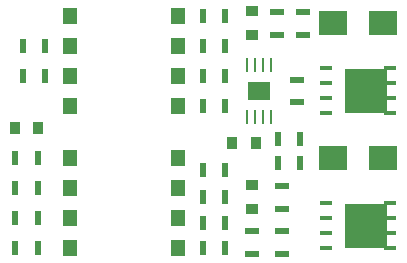
<source format=gbr>
G04 #@! TF.FileFunction,Paste,Top*
%FSLAX46Y46*%
G04 Gerber Fmt 4.6, Leading zero omitted, Abs format (unit mm)*
G04 Created by KiCad (PCBNEW 4.0.4-stable) date 10/09/16 21:09:13*
%MOMM*%
%LPD*%
G01*
G04 APERTURE LIST*
%ADD10C,0.100000*%
%ADD11R,0.247600X1.147600*%
%ADD12R,1.897600X1.597600*%
%ADD13R,0.547600X1.147600*%
%ADD14R,0.847600X1.097600*%
%ADD15R,1.097600X0.847600*%
%ADD16R,3.597600X3.757600*%
%ADD17R,1.117600X0.457600*%
%ADD18R,1.147600X0.547600*%
%ADD19R,1.147600X1.347600*%
%ADD20R,2.346960X2.148840*%
G04 APERTURE END LIST*
D10*
D11*
X144485000Y-108245000D03*
X144485000Y-103845000D03*
X143835000Y-108245000D03*
X143835000Y-103845000D03*
X143185000Y-108245000D03*
X143185000Y-103845000D03*
X142535000Y-108245000D03*
X142535000Y-103845000D03*
D12*
X143510000Y-106045000D03*
D13*
X124775000Y-119380000D03*
X122875000Y-119380000D03*
D14*
X124825000Y-109220000D03*
X122825000Y-109220000D03*
D15*
X142875000Y-101330000D03*
X142875000Y-99330000D03*
D14*
X143240000Y-110490000D03*
X141240000Y-110490000D03*
D15*
X142875000Y-114062000D03*
X142875000Y-116062000D03*
D16*
X152552000Y-106045000D03*
D17*
X154562000Y-104140000D03*
X154562000Y-105410000D03*
X154562000Y-106680000D03*
X154562000Y-107950000D03*
X149222000Y-107950000D03*
X149222000Y-106680000D03*
X149222000Y-105410000D03*
X149222000Y-104140000D03*
D16*
X152552000Y-117475000D03*
D17*
X154562000Y-115570000D03*
X154562000Y-116840000D03*
X154562000Y-118110000D03*
X154562000Y-119380000D03*
X149222000Y-119380000D03*
X149222000Y-118110000D03*
X149222000Y-116840000D03*
X149222000Y-115570000D03*
D13*
X123510000Y-102235000D03*
X125410000Y-102235000D03*
X122875000Y-114300000D03*
X124775000Y-114300000D03*
X124775000Y-111760000D03*
X122875000Y-111760000D03*
X123510000Y-104775000D03*
X125410000Y-104775000D03*
X122875000Y-116840000D03*
X124775000Y-116840000D03*
X138750000Y-102235000D03*
X140650000Y-102235000D03*
X140650000Y-99695000D03*
X138750000Y-99695000D03*
X138750000Y-115062000D03*
X140650000Y-115062000D03*
X138750000Y-104775000D03*
X140650000Y-104775000D03*
X140650000Y-107315000D03*
X138750000Y-107315000D03*
X138750000Y-117221000D03*
X140650000Y-117221000D03*
X138750000Y-119380000D03*
X140650000Y-119380000D03*
X138750000Y-112776000D03*
X140650000Y-112776000D03*
D18*
X145034000Y-99380000D03*
X145034000Y-101280000D03*
X145415000Y-119822000D03*
X145415000Y-117922000D03*
X142875000Y-119822000D03*
X142875000Y-117922000D03*
X147193000Y-99380000D03*
X147193000Y-101280000D03*
D13*
X147000000Y-110109000D03*
X145100000Y-110109000D03*
X147000000Y-112141000D03*
X145100000Y-112141000D03*
D18*
X146685000Y-105095000D03*
X146685000Y-106995000D03*
X145415000Y-116012000D03*
X145415000Y-114112000D03*
D19*
X136680000Y-99695000D03*
X136680000Y-102235000D03*
X136680000Y-104775000D03*
X136680000Y-107315000D03*
X127480000Y-107315000D03*
X127480000Y-104775000D03*
X127480000Y-102235000D03*
X127480000Y-99695000D03*
X127480000Y-119380000D03*
X127480000Y-116840000D03*
X127480000Y-114300000D03*
X127480000Y-111760000D03*
X136680000Y-111760000D03*
X136680000Y-114300000D03*
X136680000Y-116840000D03*
X136680000Y-119380000D03*
D20*
X154040840Y-111760000D03*
X149743160Y-111760000D03*
X154040840Y-100330000D03*
X149743160Y-100330000D03*
M02*

</source>
